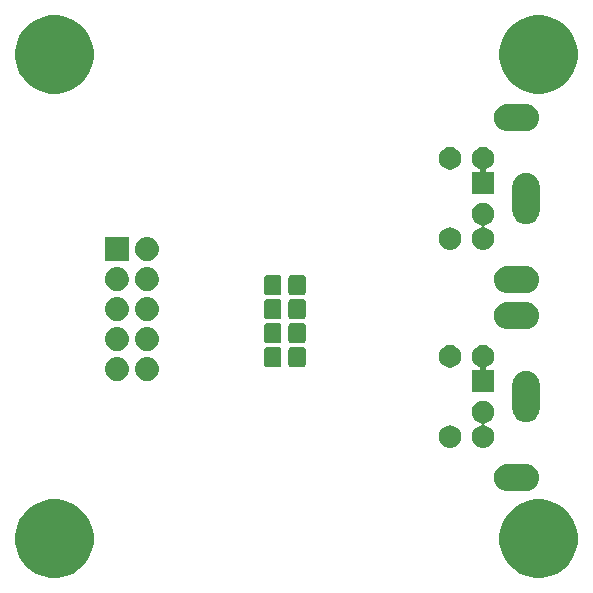
<source format=gbs>
G04 #@! TF.GenerationSoftware,KiCad,Pcbnew,(5.0.2)-1*
G04 #@! TF.CreationDate,2019-11-19T13:51:38-05:00*
G04 #@! TF.ProjectId,PS2X49,50533258-3439-42e6-9b69-6361645f7063,X1*
G04 #@! TF.SameCoordinates,Original*
G04 #@! TF.FileFunction,Soldermask,Bot*
G04 #@! TF.FilePolarity,Negative*
%FSLAX46Y46*%
G04 Gerber Fmt 4.6, Leading zero omitted, Abs format (unit mm)*
G04 Created by KiCad (PCBNEW (5.0.2)-1) date 11/19/2019 1:51:38 PM*
%MOMM*%
%LPD*%
G01*
G04 APERTURE LIST*
%ADD10C,0.150000*%
G04 APERTURE END LIST*
D10*
G36*
X55970564Y-51800469D02*
X55970566Y-51800470D01*
X55970567Y-51800470D01*
X56576115Y-52051296D01*
X56576116Y-52051297D01*
X57121097Y-52415442D01*
X57584558Y-52878903D01*
X57584560Y-52878906D01*
X57948704Y-53423885D01*
X58199530Y-54029433D01*
X58327400Y-54672280D01*
X58327400Y-55327720D01*
X58199530Y-55970567D01*
X57948704Y-56576115D01*
X57948703Y-56576116D01*
X57584558Y-57121097D01*
X57121097Y-57584558D01*
X57121094Y-57584560D01*
X56576115Y-57948704D01*
X55970567Y-58199530D01*
X55970566Y-58199530D01*
X55970564Y-58199531D01*
X55327722Y-58327400D01*
X54672278Y-58327400D01*
X54029436Y-58199531D01*
X54029434Y-58199530D01*
X54029433Y-58199530D01*
X53423885Y-57948704D01*
X52878906Y-57584560D01*
X52878903Y-57584558D01*
X52415442Y-57121097D01*
X52051297Y-56576116D01*
X52051296Y-56576115D01*
X51800470Y-55970567D01*
X51672600Y-55327720D01*
X51672600Y-54672280D01*
X51800470Y-54029433D01*
X52051296Y-53423885D01*
X52415440Y-52878906D01*
X52415442Y-52878903D01*
X52878903Y-52415442D01*
X53423884Y-52051297D01*
X53423885Y-52051296D01*
X54029433Y-51800470D01*
X54029434Y-51800470D01*
X54029436Y-51800469D01*
X54672278Y-51672600D01*
X55327722Y-51672600D01*
X55970564Y-51800469D01*
X55970564Y-51800469D01*
G37*
G36*
X14970564Y-51800469D02*
X14970566Y-51800470D01*
X14970567Y-51800470D01*
X15576115Y-52051296D01*
X15576116Y-52051297D01*
X16121097Y-52415442D01*
X16584558Y-52878903D01*
X16584560Y-52878906D01*
X16948704Y-53423885D01*
X17199530Y-54029433D01*
X17327400Y-54672280D01*
X17327400Y-55327720D01*
X17199530Y-55970567D01*
X16948704Y-56576115D01*
X16948703Y-56576116D01*
X16584558Y-57121097D01*
X16121097Y-57584558D01*
X16121094Y-57584560D01*
X15576115Y-57948704D01*
X14970567Y-58199530D01*
X14970566Y-58199530D01*
X14970564Y-58199531D01*
X14327722Y-58327400D01*
X13672278Y-58327400D01*
X13029436Y-58199531D01*
X13029434Y-58199530D01*
X13029433Y-58199530D01*
X12423885Y-57948704D01*
X11878906Y-57584560D01*
X11878903Y-57584558D01*
X11415442Y-57121097D01*
X11051297Y-56576116D01*
X11051296Y-56576115D01*
X10800470Y-55970567D01*
X10672600Y-55327720D01*
X10672600Y-54672280D01*
X10800470Y-54029433D01*
X11051296Y-53423885D01*
X11415440Y-52878906D01*
X11415442Y-52878903D01*
X11878903Y-52415442D01*
X12423884Y-52051297D01*
X12423885Y-52051296D01*
X13029433Y-51800470D01*
X13029434Y-51800470D01*
X13029436Y-51800469D01*
X13672278Y-51672600D01*
X14327722Y-51672600D01*
X14970564Y-51800469D01*
X14970564Y-51800469D01*
G37*
G36*
X54005039Y-48659158D02*
X54117910Y-48670275D01*
X54335138Y-48736171D01*
X54335140Y-48736172D01*
X54335143Y-48736173D01*
X54535337Y-48843178D01*
X54710812Y-48987188D01*
X54854822Y-49162663D01*
X54961827Y-49362857D01*
X54961828Y-49362860D01*
X54961829Y-49362862D01*
X55027725Y-49580090D01*
X55049975Y-49806000D01*
X55027725Y-50031910D01*
X54961829Y-50249138D01*
X54961827Y-50249143D01*
X54854822Y-50449337D01*
X54710812Y-50624812D01*
X54535337Y-50768822D01*
X54335143Y-50875827D01*
X54335140Y-50875828D01*
X54335138Y-50875829D01*
X54117910Y-50941725D01*
X54005039Y-50952842D01*
X53948606Y-50958400D01*
X52335394Y-50958400D01*
X52278961Y-50952842D01*
X52166090Y-50941725D01*
X51948862Y-50875829D01*
X51948860Y-50875828D01*
X51948857Y-50875827D01*
X51748663Y-50768822D01*
X51573188Y-50624812D01*
X51429178Y-50449337D01*
X51322173Y-50249143D01*
X51322171Y-50249138D01*
X51256275Y-50031910D01*
X51234025Y-49806000D01*
X51256275Y-49580090D01*
X51322171Y-49362862D01*
X51322172Y-49362860D01*
X51322173Y-49362857D01*
X51429178Y-49162663D01*
X51573188Y-48987188D01*
X51748663Y-48843178D01*
X51948857Y-48736173D01*
X51948860Y-48736172D01*
X51948862Y-48736171D01*
X52166090Y-48670275D01*
X52278961Y-48659158D01*
X52335394Y-48653600D01*
X53948606Y-48653600D01*
X54005039Y-48659158D01*
X54005039Y-48659158D01*
G37*
G36*
X47659404Y-45418240D02*
X47769805Y-45440200D01*
X47943130Y-45511994D01*
X47943131Y-45511995D01*
X48099122Y-45616225D01*
X48231775Y-45748878D01*
X48231777Y-45748881D01*
X48336006Y-45904870D01*
X48407800Y-46078195D01*
X48444400Y-46262197D01*
X48444400Y-46449803D01*
X48407800Y-46633805D01*
X48336006Y-46807130D01*
X48336005Y-46807131D01*
X48231775Y-46963122D01*
X48099122Y-47095775D01*
X48099119Y-47095777D01*
X47943130Y-47200006D01*
X47769805Y-47271800D01*
X47659404Y-47293760D01*
X47585805Y-47308400D01*
X47398195Y-47308400D01*
X47324596Y-47293760D01*
X47214195Y-47271800D01*
X47040870Y-47200006D01*
X46884881Y-47095777D01*
X46884878Y-47095775D01*
X46752225Y-46963122D01*
X46647995Y-46807131D01*
X46647994Y-46807130D01*
X46576200Y-46633805D01*
X46539600Y-46449803D01*
X46539600Y-46262197D01*
X46576200Y-46078195D01*
X46647994Y-45904870D01*
X46752223Y-45748881D01*
X46752225Y-45748878D01*
X46884878Y-45616225D01*
X47040869Y-45511995D01*
X47040870Y-45511994D01*
X47214195Y-45440200D01*
X47324596Y-45418240D01*
X47398195Y-45403600D01*
X47585805Y-45403600D01*
X47659404Y-45418240D01*
X47659404Y-45418240D01*
G37*
G36*
X50459404Y-43318240D02*
X50569805Y-43340200D01*
X50743130Y-43411994D01*
X50743131Y-43411995D01*
X50899122Y-43516225D01*
X51031775Y-43648878D01*
X51031777Y-43648881D01*
X51136006Y-43804870D01*
X51207800Y-43978195D01*
X51244400Y-44162197D01*
X51244400Y-44349803D01*
X51207800Y-44533805D01*
X51136006Y-44707130D01*
X51136005Y-44707131D01*
X51031775Y-44863122D01*
X50899122Y-44995775D01*
X50899119Y-44995777D01*
X50743130Y-45100006D01*
X50569805Y-45171800D01*
X50511477Y-45183402D01*
X50488028Y-45190515D01*
X50466417Y-45202066D01*
X50447475Y-45217612D01*
X50431929Y-45236554D01*
X50420378Y-45258165D01*
X50413265Y-45281614D01*
X50410863Y-45306000D01*
X50413265Y-45330386D01*
X50420378Y-45353835D01*
X50431929Y-45375446D01*
X50447475Y-45394388D01*
X50466417Y-45409934D01*
X50488028Y-45421485D01*
X50511476Y-45428598D01*
X50569805Y-45440200D01*
X50743130Y-45511994D01*
X50743131Y-45511995D01*
X50899122Y-45616225D01*
X51031775Y-45748878D01*
X51031777Y-45748881D01*
X51136006Y-45904870D01*
X51207800Y-46078195D01*
X51244400Y-46262197D01*
X51244400Y-46449803D01*
X51207800Y-46633805D01*
X51136006Y-46807130D01*
X51136005Y-46807131D01*
X51031775Y-46963122D01*
X50899122Y-47095775D01*
X50899119Y-47095777D01*
X50743130Y-47200006D01*
X50569805Y-47271800D01*
X50459404Y-47293760D01*
X50385805Y-47308400D01*
X50198195Y-47308400D01*
X50124596Y-47293760D01*
X50014195Y-47271800D01*
X49840870Y-47200006D01*
X49684881Y-47095777D01*
X49684878Y-47095775D01*
X49552225Y-46963122D01*
X49447995Y-46807131D01*
X49447994Y-46807130D01*
X49376200Y-46633805D01*
X49339600Y-46449803D01*
X49339600Y-46262197D01*
X49376200Y-46078195D01*
X49447994Y-45904870D01*
X49552223Y-45748881D01*
X49552225Y-45748878D01*
X49684878Y-45616225D01*
X49840869Y-45511995D01*
X49840870Y-45511994D01*
X50014195Y-45440200D01*
X50072524Y-45428598D01*
X50095972Y-45421485D01*
X50117583Y-45409934D01*
X50136525Y-45394388D01*
X50152071Y-45375446D01*
X50163622Y-45353835D01*
X50170735Y-45330386D01*
X50173137Y-45306000D01*
X50170735Y-45281614D01*
X50163622Y-45258165D01*
X50152071Y-45236554D01*
X50136525Y-45217612D01*
X50117583Y-45202066D01*
X50095972Y-45190515D01*
X50072523Y-45183402D01*
X50014195Y-45171800D01*
X49840870Y-45100006D01*
X49684881Y-44995777D01*
X49684878Y-44995775D01*
X49552225Y-44863122D01*
X49447995Y-44707131D01*
X49447994Y-44707130D01*
X49376200Y-44533805D01*
X49339600Y-44349803D01*
X49339600Y-44162197D01*
X49376200Y-43978195D01*
X49447994Y-43804870D01*
X49552223Y-43648881D01*
X49552225Y-43648878D01*
X49684878Y-43516225D01*
X49840869Y-43411995D01*
X49840870Y-43411994D01*
X50014195Y-43340200D01*
X50124596Y-43318240D01*
X50198195Y-43303600D01*
X50385805Y-43303600D01*
X50459404Y-43318240D01*
X50459404Y-43318240D01*
G37*
G36*
X54167909Y-40820275D02*
X54385137Y-40886171D01*
X54385139Y-40886172D01*
X54385142Y-40886173D01*
X54585336Y-40993178D01*
X54760812Y-41137188D01*
X54904822Y-41312663D01*
X55011827Y-41512857D01*
X55011827Y-41512858D01*
X55011829Y-41512862D01*
X55077725Y-41730090D01*
X55094400Y-41899396D01*
X55094400Y-44012604D01*
X55077725Y-44181910D01*
X55011829Y-44399138D01*
X55011827Y-44399143D01*
X54904822Y-44599337D01*
X54760812Y-44774812D01*
X54585337Y-44918822D01*
X54385143Y-45025827D01*
X54385140Y-45025828D01*
X54385138Y-45025829D01*
X54167910Y-45091725D01*
X53942000Y-45113975D01*
X53716091Y-45091725D01*
X53498863Y-45025829D01*
X53498861Y-45025828D01*
X53498858Y-45025827D01*
X53298664Y-44918822D01*
X53123189Y-44774812D01*
X52979179Y-44599337D01*
X52872174Y-44399143D01*
X52872172Y-44399138D01*
X52806276Y-44181910D01*
X52789601Y-44012604D01*
X52789600Y-41899397D01*
X52806275Y-41730091D01*
X52872171Y-41512863D01*
X52872172Y-41512861D01*
X52872173Y-41512858D01*
X52979178Y-41312664D01*
X53123188Y-41137188D01*
X53298663Y-40993178D01*
X53498857Y-40886173D01*
X53498860Y-40886172D01*
X53498862Y-40886171D01*
X53716090Y-40820275D01*
X53942000Y-40798025D01*
X54167909Y-40820275D01*
X54167909Y-40820275D01*
G37*
G36*
X50459404Y-38618240D02*
X50569805Y-38640200D01*
X50743130Y-38711994D01*
X50743131Y-38711995D01*
X50899122Y-38816225D01*
X51031775Y-38948878D01*
X51031777Y-38948881D01*
X51136006Y-39104870D01*
X51207800Y-39278195D01*
X51229760Y-39388596D01*
X51244400Y-39462195D01*
X51244400Y-39649805D01*
X51232541Y-39709422D01*
X51207800Y-39833805D01*
X51136006Y-40007130D01*
X51136005Y-40007131D01*
X51031775Y-40163122D01*
X50899122Y-40295775D01*
X50899119Y-40295777D01*
X50743130Y-40400006D01*
X50590766Y-40463117D01*
X50569160Y-40474667D01*
X50550218Y-40490212D01*
X50534673Y-40509154D01*
X50523122Y-40530765D01*
X50516009Y-40554214D01*
X50513607Y-40578600D01*
X50516009Y-40602987D01*
X50523122Y-40626436D01*
X50534674Y-40648047D01*
X50550219Y-40666989D01*
X50569161Y-40682534D01*
X50590772Y-40694085D01*
X50614221Y-40701198D01*
X50638607Y-40703600D01*
X51244400Y-40703600D01*
X51244400Y-42608400D01*
X49339600Y-42608400D01*
X49339600Y-40703600D01*
X49945393Y-40703600D01*
X49969779Y-40701198D01*
X49993228Y-40694085D01*
X50014839Y-40682534D01*
X50033781Y-40666988D01*
X50049327Y-40648046D01*
X50060878Y-40626435D01*
X50067991Y-40602986D01*
X50070393Y-40578600D01*
X50067991Y-40554214D01*
X50060878Y-40530765D01*
X50049327Y-40509154D01*
X50033781Y-40490212D01*
X50014839Y-40474666D01*
X49993234Y-40463117D01*
X49840870Y-40400006D01*
X49684881Y-40295777D01*
X49684878Y-40295775D01*
X49552225Y-40163122D01*
X49447995Y-40007131D01*
X49447994Y-40007130D01*
X49376200Y-39833805D01*
X49351459Y-39709422D01*
X49339600Y-39649805D01*
X49339600Y-39462195D01*
X49354240Y-39388596D01*
X49376200Y-39278195D01*
X49447994Y-39104870D01*
X49552223Y-38948881D01*
X49552225Y-38948878D01*
X49684878Y-38816225D01*
X49840869Y-38711995D01*
X49840870Y-38711994D01*
X50014195Y-38640200D01*
X50124596Y-38618240D01*
X50198195Y-38603600D01*
X50385805Y-38603600D01*
X50459404Y-38618240D01*
X50459404Y-38618240D01*
G37*
G36*
X19500501Y-39652103D02*
X19500504Y-39652104D01*
X19500505Y-39652104D01*
X19689458Y-39709422D01*
X19689460Y-39709423D01*
X19689463Y-39709424D01*
X19863595Y-39802499D01*
X20016233Y-39927767D01*
X20141501Y-40080405D01*
X20234576Y-40254537D01*
X20234577Y-40254540D01*
X20234578Y-40254542D01*
X20289169Y-40434505D01*
X20291897Y-40443499D01*
X20311250Y-40640000D01*
X20291897Y-40836501D01*
X20291896Y-40836504D01*
X20291896Y-40836505D01*
X20244370Y-40993179D01*
X20234576Y-41025463D01*
X20141501Y-41199595D01*
X20016233Y-41352233D01*
X19863595Y-41477501D01*
X19689463Y-41570576D01*
X19689460Y-41570577D01*
X19689458Y-41570578D01*
X19500505Y-41627896D01*
X19500504Y-41627896D01*
X19500501Y-41627897D01*
X19353247Y-41642400D01*
X19254753Y-41642400D01*
X19107499Y-41627897D01*
X19107496Y-41627896D01*
X19107495Y-41627896D01*
X18918542Y-41570578D01*
X18918540Y-41570577D01*
X18918537Y-41570576D01*
X18744405Y-41477501D01*
X18591767Y-41352233D01*
X18466499Y-41199595D01*
X18373424Y-41025463D01*
X18363631Y-40993179D01*
X18316104Y-40836505D01*
X18316104Y-40836504D01*
X18316103Y-40836501D01*
X18296750Y-40640000D01*
X18316103Y-40443499D01*
X18318831Y-40434505D01*
X18373422Y-40254542D01*
X18373423Y-40254540D01*
X18373424Y-40254537D01*
X18466499Y-40080405D01*
X18591767Y-39927767D01*
X18744405Y-39802499D01*
X18918537Y-39709424D01*
X18918540Y-39709423D01*
X18918542Y-39709422D01*
X19107495Y-39652104D01*
X19107496Y-39652104D01*
X19107499Y-39652103D01*
X19254753Y-39637600D01*
X19353247Y-39637600D01*
X19500501Y-39652103D01*
X19500501Y-39652103D01*
G37*
G36*
X22040501Y-39652103D02*
X22040504Y-39652104D01*
X22040505Y-39652104D01*
X22229458Y-39709422D01*
X22229460Y-39709423D01*
X22229463Y-39709424D01*
X22403595Y-39802499D01*
X22556233Y-39927767D01*
X22681501Y-40080405D01*
X22774576Y-40254537D01*
X22774577Y-40254540D01*
X22774578Y-40254542D01*
X22829169Y-40434505D01*
X22831897Y-40443499D01*
X22851250Y-40640000D01*
X22831897Y-40836501D01*
X22831896Y-40836504D01*
X22831896Y-40836505D01*
X22784370Y-40993179D01*
X22774576Y-41025463D01*
X22681501Y-41199595D01*
X22556233Y-41352233D01*
X22403595Y-41477501D01*
X22229463Y-41570576D01*
X22229460Y-41570577D01*
X22229458Y-41570578D01*
X22040505Y-41627896D01*
X22040504Y-41627896D01*
X22040501Y-41627897D01*
X21893247Y-41642400D01*
X21794753Y-41642400D01*
X21647499Y-41627897D01*
X21647496Y-41627896D01*
X21647495Y-41627896D01*
X21458542Y-41570578D01*
X21458540Y-41570577D01*
X21458537Y-41570576D01*
X21284405Y-41477501D01*
X21131767Y-41352233D01*
X21006499Y-41199595D01*
X20913424Y-41025463D01*
X20903631Y-40993179D01*
X20856104Y-40836505D01*
X20856104Y-40836504D01*
X20856103Y-40836501D01*
X20836750Y-40640000D01*
X20856103Y-40443499D01*
X20858831Y-40434505D01*
X20913422Y-40254542D01*
X20913423Y-40254540D01*
X20913424Y-40254537D01*
X21006499Y-40080405D01*
X21131767Y-39927767D01*
X21284405Y-39802499D01*
X21458537Y-39709424D01*
X21458540Y-39709423D01*
X21458542Y-39709422D01*
X21647495Y-39652104D01*
X21647496Y-39652104D01*
X21647499Y-39652103D01*
X21794753Y-39637600D01*
X21893247Y-39637600D01*
X22040501Y-39652103D01*
X22040501Y-39652103D01*
G37*
G36*
X47659404Y-38618240D02*
X47769805Y-38640200D01*
X47943130Y-38711994D01*
X47943131Y-38711995D01*
X48099122Y-38816225D01*
X48231775Y-38948878D01*
X48231777Y-38948881D01*
X48336006Y-39104870D01*
X48407800Y-39278195D01*
X48429760Y-39388596D01*
X48444400Y-39462195D01*
X48444400Y-39649805D01*
X48432541Y-39709422D01*
X48407800Y-39833805D01*
X48336006Y-40007130D01*
X48336005Y-40007131D01*
X48231775Y-40163122D01*
X48099122Y-40295775D01*
X48099119Y-40295777D01*
X47943130Y-40400006D01*
X47769805Y-40471800D01*
X47659404Y-40493760D01*
X47585805Y-40508400D01*
X47398195Y-40508400D01*
X47324596Y-40493760D01*
X47214195Y-40471800D01*
X47040870Y-40400006D01*
X46884881Y-40295777D01*
X46884878Y-40295775D01*
X46752225Y-40163122D01*
X46647995Y-40007131D01*
X46647994Y-40007130D01*
X46576200Y-39833805D01*
X46551459Y-39709422D01*
X46539600Y-39649805D01*
X46539600Y-39462195D01*
X46554240Y-39388596D01*
X46576200Y-39278195D01*
X46647994Y-39104870D01*
X46752223Y-38948881D01*
X46752225Y-38948878D01*
X46884878Y-38816225D01*
X47040869Y-38711995D01*
X47040870Y-38711994D01*
X47214195Y-38640200D01*
X47324596Y-38618240D01*
X47398195Y-38603600D01*
X47585805Y-38603600D01*
X47659404Y-38618240D01*
X47659404Y-38618240D01*
G37*
G36*
X33032591Y-38776912D02*
X33078549Y-38790854D01*
X33120907Y-38813495D01*
X33158035Y-38843965D01*
X33188505Y-38881093D01*
X33211146Y-38923451D01*
X33225088Y-38969409D01*
X33230400Y-39023348D01*
X33230400Y-40224652D01*
X33225088Y-40278591D01*
X33211146Y-40324549D01*
X33188505Y-40366907D01*
X33158035Y-40404035D01*
X33120907Y-40434505D01*
X33078549Y-40457146D01*
X33032591Y-40471088D01*
X32978652Y-40476400D01*
X32027348Y-40476400D01*
X31973409Y-40471088D01*
X31927451Y-40457146D01*
X31885093Y-40434505D01*
X31847965Y-40404035D01*
X31817495Y-40366907D01*
X31794854Y-40324549D01*
X31780912Y-40278591D01*
X31775600Y-40224652D01*
X31775600Y-39023348D01*
X31780912Y-38969409D01*
X31794854Y-38923451D01*
X31817495Y-38881093D01*
X31847965Y-38843965D01*
X31885093Y-38813495D01*
X31927451Y-38790854D01*
X31973409Y-38776912D01*
X32027348Y-38771600D01*
X32978652Y-38771600D01*
X33032591Y-38776912D01*
X33032591Y-38776912D01*
G37*
G36*
X35082591Y-38776912D02*
X35128549Y-38790854D01*
X35170907Y-38813495D01*
X35208035Y-38843965D01*
X35238505Y-38881093D01*
X35261146Y-38923451D01*
X35275088Y-38969409D01*
X35280400Y-39023348D01*
X35280400Y-40224652D01*
X35275088Y-40278591D01*
X35261146Y-40324549D01*
X35238505Y-40366907D01*
X35208035Y-40404035D01*
X35170907Y-40434505D01*
X35128549Y-40457146D01*
X35082591Y-40471088D01*
X35028652Y-40476400D01*
X34077348Y-40476400D01*
X34023409Y-40471088D01*
X33977451Y-40457146D01*
X33935093Y-40434505D01*
X33897965Y-40404035D01*
X33867495Y-40366907D01*
X33844854Y-40324549D01*
X33830912Y-40278591D01*
X33825600Y-40224652D01*
X33825600Y-39023348D01*
X33830912Y-38969409D01*
X33844854Y-38923451D01*
X33867495Y-38881093D01*
X33897965Y-38843965D01*
X33935093Y-38813495D01*
X33977451Y-38790854D01*
X34023409Y-38776912D01*
X34077348Y-38771600D01*
X35028652Y-38771600D01*
X35082591Y-38776912D01*
X35082591Y-38776912D01*
G37*
G36*
X19500501Y-37112103D02*
X19500504Y-37112104D01*
X19500505Y-37112104D01*
X19689458Y-37169422D01*
X19689460Y-37169423D01*
X19689463Y-37169424D01*
X19863595Y-37262499D01*
X20016233Y-37387767D01*
X20141501Y-37540405D01*
X20234576Y-37714537D01*
X20291897Y-37903499D01*
X20311250Y-38100000D01*
X20291897Y-38296501D01*
X20291896Y-38296504D01*
X20291896Y-38296505D01*
X20247033Y-38444400D01*
X20234576Y-38485463D01*
X20141501Y-38659595D01*
X20016233Y-38812233D01*
X19863595Y-38937501D01*
X19689463Y-39030576D01*
X19689460Y-39030577D01*
X19689458Y-39030578D01*
X19500505Y-39087896D01*
X19500504Y-39087896D01*
X19500501Y-39087897D01*
X19353247Y-39102400D01*
X19254753Y-39102400D01*
X19107499Y-39087897D01*
X19107496Y-39087896D01*
X19107495Y-39087896D01*
X18918542Y-39030578D01*
X18918540Y-39030577D01*
X18918537Y-39030576D01*
X18744405Y-38937501D01*
X18591767Y-38812233D01*
X18466499Y-38659595D01*
X18373424Y-38485463D01*
X18360968Y-38444400D01*
X18316104Y-38296505D01*
X18316104Y-38296504D01*
X18316103Y-38296501D01*
X18296750Y-38100000D01*
X18316103Y-37903499D01*
X18373424Y-37714537D01*
X18466499Y-37540405D01*
X18591767Y-37387767D01*
X18744405Y-37262499D01*
X18918537Y-37169424D01*
X18918540Y-37169423D01*
X18918542Y-37169422D01*
X19107495Y-37112104D01*
X19107496Y-37112104D01*
X19107499Y-37112103D01*
X19254753Y-37097600D01*
X19353247Y-37097600D01*
X19500501Y-37112103D01*
X19500501Y-37112103D01*
G37*
G36*
X22040501Y-37112103D02*
X22040504Y-37112104D01*
X22040505Y-37112104D01*
X22229458Y-37169422D01*
X22229460Y-37169423D01*
X22229463Y-37169424D01*
X22403595Y-37262499D01*
X22556233Y-37387767D01*
X22681501Y-37540405D01*
X22774576Y-37714537D01*
X22831897Y-37903499D01*
X22851250Y-38100000D01*
X22831897Y-38296501D01*
X22831896Y-38296504D01*
X22831896Y-38296505D01*
X22787033Y-38444400D01*
X22774576Y-38485463D01*
X22681501Y-38659595D01*
X22556233Y-38812233D01*
X22403595Y-38937501D01*
X22229463Y-39030576D01*
X22229460Y-39030577D01*
X22229458Y-39030578D01*
X22040505Y-39087896D01*
X22040504Y-39087896D01*
X22040501Y-39087897D01*
X21893247Y-39102400D01*
X21794753Y-39102400D01*
X21647499Y-39087897D01*
X21647496Y-39087896D01*
X21647495Y-39087896D01*
X21458542Y-39030578D01*
X21458540Y-39030577D01*
X21458537Y-39030576D01*
X21284405Y-38937501D01*
X21131767Y-38812233D01*
X21006499Y-38659595D01*
X20913424Y-38485463D01*
X20900968Y-38444400D01*
X20856104Y-38296505D01*
X20856104Y-38296504D01*
X20856103Y-38296501D01*
X20836750Y-38100000D01*
X20856103Y-37903499D01*
X20913424Y-37714537D01*
X21006499Y-37540405D01*
X21131767Y-37387767D01*
X21284405Y-37262499D01*
X21458537Y-37169424D01*
X21458540Y-37169423D01*
X21458542Y-37169422D01*
X21647495Y-37112104D01*
X21647496Y-37112104D01*
X21647499Y-37112103D01*
X21794753Y-37097600D01*
X21893247Y-37097600D01*
X22040501Y-37112103D01*
X22040501Y-37112103D01*
G37*
G36*
X35082591Y-36744912D02*
X35128549Y-36758854D01*
X35170907Y-36781495D01*
X35208035Y-36811965D01*
X35238505Y-36849093D01*
X35261146Y-36891451D01*
X35275088Y-36937409D01*
X35280400Y-36991348D01*
X35280400Y-38192652D01*
X35275088Y-38246591D01*
X35261146Y-38292549D01*
X35238505Y-38334907D01*
X35208035Y-38372035D01*
X35170907Y-38402505D01*
X35128549Y-38425146D01*
X35082591Y-38439088D01*
X35028652Y-38444400D01*
X34077348Y-38444400D01*
X34023409Y-38439088D01*
X33977451Y-38425146D01*
X33935093Y-38402505D01*
X33897965Y-38372035D01*
X33867495Y-38334907D01*
X33844854Y-38292549D01*
X33830912Y-38246591D01*
X33825600Y-38192652D01*
X33825600Y-36991348D01*
X33830912Y-36937409D01*
X33844854Y-36891451D01*
X33867495Y-36849093D01*
X33897965Y-36811965D01*
X33935093Y-36781495D01*
X33977451Y-36758854D01*
X34023409Y-36744912D01*
X34077348Y-36739600D01*
X35028652Y-36739600D01*
X35082591Y-36744912D01*
X35082591Y-36744912D01*
G37*
G36*
X33032591Y-36744912D02*
X33078549Y-36758854D01*
X33120907Y-36781495D01*
X33158035Y-36811965D01*
X33188505Y-36849093D01*
X33211146Y-36891451D01*
X33225088Y-36937409D01*
X33230400Y-36991348D01*
X33230400Y-38192652D01*
X33225088Y-38246591D01*
X33211146Y-38292549D01*
X33188505Y-38334907D01*
X33158035Y-38372035D01*
X33120907Y-38402505D01*
X33078549Y-38425146D01*
X33032591Y-38439088D01*
X32978652Y-38444400D01*
X32027348Y-38444400D01*
X31973409Y-38439088D01*
X31927451Y-38425146D01*
X31885093Y-38402505D01*
X31847965Y-38372035D01*
X31817495Y-38334907D01*
X31794854Y-38292549D01*
X31780912Y-38246591D01*
X31775600Y-38192652D01*
X31775600Y-36991348D01*
X31780912Y-36937409D01*
X31794854Y-36891451D01*
X31817495Y-36849093D01*
X31847965Y-36811965D01*
X31885093Y-36781495D01*
X31927451Y-36758854D01*
X31973409Y-36744912D01*
X32027348Y-36739600D01*
X32978652Y-36739600D01*
X33032591Y-36744912D01*
X33032591Y-36744912D01*
G37*
G36*
X54005039Y-34959158D02*
X54117910Y-34970275D01*
X54335138Y-35036171D01*
X54335140Y-35036172D01*
X54335143Y-35036173D01*
X54535337Y-35143178D01*
X54710812Y-35287188D01*
X54854822Y-35462663D01*
X54961827Y-35662857D01*
X54961828Y-35662860D01*
X54961829Y-35662862D01*
X55027725Y-35880090D01*
X55049975Y-36106000D01*
X55027725Y-36331910D01*
X54962205Y-36547897D01*
X54961827Y-36549143D01*
X54854822Y-36749337D01*
X54710812Y-36924812D01*
X54535337Y-37068822D01*
X54335143Y-37175827D01*
X54335140Y-37175828D01*
X54335138Y-37175829D01*
X54117910Y-37241725D01*
X54005039Y-37252842D01*
X53948606Y-37258400D01*
X52335394Y-37258400D01*
X52278961Y-37252842D01*
X52166090Y-37241725D01*
X51948862Y-37175829D01*
X51948860Y-37175828D01*
X51948857Y-37175827D01*
X51748663Y-37068822D01*
X51573188Y-36924812D01*
X51429178Y-36749337D01*
X51322173Y-36549143D01*
X51321795Y-36547897D01*
X51256275Y-36331910D01*
X51234025Y-36106000D01*
X51256275Y-35880090D01*
X51322171Y-35662862D01*
X51322172Y-35662860D01*
X51322173Y-35662857D01*
X51429178Y-35462663D01*
X51573188Y-35287188D01*
X51748663Y-35143178D01*
X51948857Y-35036173D01*
X51948860Y-35036172D01*
X51948862Y-35036171D01*
X52166090Y-34970275D01*
X52278961Y-34959158D01*
X52335394Y-34953600D01*
X53948606Y-34953600D01*
X54005039Y-34959158D01*
X54005039Y-34959158D01*
G37*
G36*
X19500501Y-34572103D02*
X19500504Y-34572104D01*
X19500505Y-34572104D01*
X19689458Y-34629422D01*
X19689460Y-34629423D01*
X19689463Y-34629424D01*
X19863595Y-34722499D01*
X20016233Y-34847767D01*
X20141501Y-35000405D01*
X20234576Y-35174537D01*
X20234577Y-35174540D01*
X20234578Y-35174542D01*
X20291896Y-35363495D01*
X20291897Y-35363499D01*
X20311250Y-35560000D01*
X20291897Y-35756501D01*
X20291896Y-35756504D01*
X20291896Y-35756505D01*
X20254406Y-35880094D01*
X20234576Y-35945463D01*
X20141501Y-36119595D01*
X20016233Y-36272233D01*
X19863595Y-36397501D01*
X19689463Y-36490576D01*
X19689460Y-36490577D01*
X19689458Y-36490578D01*
X19500505Y-36547896D01*
X19500504Y-36547896D01*
X19500501Y-36547897D01*
X19353247Y-36562400D01*
X19254753Y-36562400D01*
X19107499Y-36547897D01*
X19107496Y-36547896D01*
X19107495Y-36547896D01*
X18918542Y-36490578D01*
X18918540Y-36490577D01*
X18918537Y-36490576D01*
X18744405Y-36397501D01*
X18591767Y-36272233D01*
X18466499Y-36119595D01*
X18373424Y-35945463D01*
X18353595Y-35880094D01*
X18316104Y-35756505D01*
X18316104Y-35756504D01*
X18316103Y-35756501D01*
X18296750Y-35560000D01*
X18316103Y-35363499D01*
X18316104Y-35363495D01*
X18373422Y-35174542D01*
X18373423Y-35174540D01*
X18373424Y-35174537D01*
X18466499Y-35000405D01*
X18591767Y-34847767D01*
X18744405Y-34722499D01*
X18918537Y-34629424D01*
X18918540Y-34629423D01*
X18918542Y-34629422D01*
X19107495Y-34572104D01*
X19107496Y-34572104D01*
X19107499Y-34572103D01*
X19254753Y-34557600D01*
X19353247Y-34557600D01*
X19500501Y-34572103D01*
X19500501Y-34572103D01*
G37*
G36*
X22040501Y-34572103D02*
X22040504Y-34572104D01*
X22040505Y-34572104D01*
X22229458Y-34629422D01*
X22229460Y-34629423D01*
X22229463Y-34629424D01*
X22403595Y-34722499D01*
X22556233Y-34847767D01*
X22681501Y-35000405D01*
X22774576Y-35174537D01*
X22774577Y-35174540D01*
X22774578Y-35174542D01*
X22831896Y-35363495D01*
X22831897Y-35363499D01*
X22851250Y-35560000D01*
X22831897Y-35756501D01*
X22831896Y-35756504D01*
X22831896Y-35756505D01*
X22794406Y-35880094D01*
X22774576Y-35945463D01*
X22681501Y-36119595D01*
X22556233Y-36272233D01*
X22403595Y-36397501D01*
X22229463Y-36490576D01*
X22229460Y-36490577D01*
X22229458Y-36490578D01*
X22040505Y-36547896D01*
X22040504Y-36547896D01*
X22040501Y-36547897D01*
X21893247Y-36562400D01*
X21794753Y-36562400D01*
X21647499Y-36547897D01*
X21647496Y-36547896D01*
X21647495Y-36547896D01*
X21458542Y-36490578D01*
X21458540Y-36490577D01*
X21458537Y-36490576D01*
X21284405Y-36397501D01*
X21131767Y-36272233D01*
X21006499Y-36119595D01*
X20913424Y-35945463D01*
X20893595Y-35880094D01*
X20856104Y-35756505D01*
X20856104Y-35756504D01*
X20856103Y-35756501D01*
X20836750Y-35560000D01*
X20856103Y-35363499D01*
X20856104Y-35363495D01*
X20913422Y-35174542D01*
X20913423Y-35174540D01*
X20913424Y-35174537D01*
X21006499Y-35000405D01*
X21131767Y-34847767D01*
X21284405Y-34722499D01*
X21458537Y-34629424D01*
X21458540Y-34629423D01*
X21458542Y-34629422D01*
X21647495Y-34572104D01*
X21647496Y-34572104D01*
X21647499Y-34572103D01*
X21794753Y-34557600D01*
X21893247Y-34557600D01*
X22040501Y-34572103D01*
X22040501Y-34572103D01*
G37*
G36*
X33032591Y-34712912D02*
X33078549Y-34726854D01*
X33120907Y-34749495D01*
X33158035Y-34779965D01*
X33188505Y-34817093D01*
X33211146Y-34859451D01*
X33225088Y-34905409D01*
X33230400Y-34959348D01*
X33230400Y-36160652D01*
X33225088Y-36214591D01*
X33211146Y-36260549D01*
X33188505Y-36302907D01*
X33158035Y-36340035D01*
X33120907Y-36370505D01*
X33078549Y-36393146D01*
X33032591Y-36407088D01*
X32978652Y-36412400D01*
X32027348Y-36412400D01*
X31973409Y-36407088D01*
X31927451Y-36393146D01*
X31885093Y-36370505D01*
X31847965Y-36340035D01*
X31817495Y-36302907D01*
X31794854Y-36260549D01*
X31780912Y-36214591D01*
X31775600Y-36160652D01*
X31775600Y-34959348D01*
X31780912Y-34905409D01*
X31794854Y-34859451D01*
X31817495Y-34817093D01*
X31847965Y-34779965D01*
X31885093Y-34749495D01*
X31927451Y-34726854D01*
X31973409Y-34712912D01*
X32027348Y-34707600D01*
X32978652Y-34707600D01*
X33032591Y-34712912D01*
X33032591Y-34712912D01*
G37*
G36*
X35082591Y-34712912D02*
X35128549Y-34726854D01*
X35170907Y-34749495D01*
X35208035Y-34779965D01*
X35238505Y-34817093D01*
X35261146Y-34859451D01*
X35275088Y-34905409D01*
X35280400Y-34959348D01*
X35280400Y-36160652D01*
X35275088Y-36214591D01*
X35261146Y-36260549D01*
X35238505Y-36302907D01*
X35208035Y-36340035D01*
X35170907Y-36370505D01*
X35128549Y-36393146D01*
X35082591Y-36407088D01*
X35028652Y-36412400D01*
X34077348Y-36412400D01*
X34023409Y-36407088D01*
X33977451Y-36393146D01*
X33935093Y-36370505D01*
X33897965Y-36340035D01*
X33867495Y-36302907D01*
X33844854Y-36260549D01*
X33830912Y-36214591D01*
X33825600Y-36160652D01*
X33825600Y-34959348D01*
X33830912Y-34905409D01*
X33844854Y-34859451D01*
X33867495Y-34817093D01*
X33897965Y-34779965D01*
X33935093Y-34749495D01*
X33977451Y-34726854D01*
X34023409Y-34712912D01*
X34077348Y-34707600D01*
X35028652Y-34707600D01*
X35082591Y-34712912D01*
X35082591Y-34712912D01*
G37*
G36*
X33032591Y-32680912D02*
X33078549Y-32694854D01*
X33120907Y-32717495D01*
X33158035Y-32747965D01*
X33188505Y-32785093D01*
X33211146Y-32827451D01*
X33225088Y-32873409D01*
X33230400Y-32927348D01*
X33230400Y-34128652D01*
X33225088Y-34182591D01*
X33211146Y-34228549D01*
X33188505Y-34270907D01*
X33158035Y-34308035D01*
X33120907Y-34338505D01*
X33078549Y-34361146D01*
X33032591Y-34375088D01*
X32978652Y-34380400D01*
X32027348Y-34380400D01*
X31973409Y-34375088D01*
X31927451Y-34361146D01*
X31885093Y-34338505D01*
X31847965Y-34308035D01*
X31817495Y-34270907D01*
X31794854Y-34228549D01*
X31780912Y-34182591D01*
X31775600Y-34128652D01*
X31775600Y-32927348D01*
X31780912Y-32873409D01*
X31794854Y-32827451D01*
X31817495Y-32785093D01*
X31847965Y-32747965D01*
X31885093Y-32717495D01*
X31927451Y-32694854D01*
X31973409Y-32680912D01*
X32027348Y-32675600D01*
X32978652Y-32675600D01*
X33032591Y-32680912D01*
X33032591Y-32680912D01*
G37*
G36*
X35082591Y-32680912D02*
X35128549Y-32694854D01*
X35170907Y-32717495D01*
X35208035Y-32747965D01*
X35238505Y-32785093D01*
X35261146Y-32827451D01*
X35275088Y-32873409D01*
X35280400Y-32927348D01*
X35280400Y-34128652D01*
X35275088Y-34182591D01*
X35261146Y-34228549D01*
X35238505Y-34270907D01*
X35208035Y-34308035D01*
X35170907Y-34338505D01*
X35128549Y-34361146D01*
X35082591Y-34375088D01*
X35028652Y-34380400D01*
X34077348Y-34380400D01*
X34023409Y-34375088D01*
X33977451Y-34361146D01*
X33935093Y-34338505D01*
X33897965Y-34308035D01*
X33867495Y-34270907D01*
X33844854Y-34228549D01*
X33830912Y-34182591D01*
X33825600Y-34128652D01*
X33825600Y-32927348D01*
X33830912Y-32873409D01*
X33844854Y-32827451D01*
X33867495Y-32785093D01*
X33897965Y-32747965D01*
X33935093Y-32717495D01*
X33977451Y-32694854D01*
X34023409Y-32680912D01*
X34077348Y-32675600D01*
X35028652Y-32675600D01*
X35082591Y-32680912D01*
X35082591Y-32680912D01*
G37*
G36*
X54005039Y-31895158D02*
X54117910Y-31906275D01*
X54335138Y-31972171D01*
X54335140Y-31972172D01*
X54335143Y-31972173D01*
X54535337Y-32079178D01*
X54710812Y-32223188D01*
X54854822Y-32398663D01*
X54961827Y-32598857D01*
X54961828Y-32598860D01*
X54961829Y-32598862D01*
X55027725Y-32816090D01*
X55049975Y-33042000D01*
X55027725Y-33267910D01*
X54985998Y-33405463D01*
X54961827Y-33485143D01*
X54854822Y-33685337D01*
X54710812Y-33860812D01*
X54535337Y-34004822D01*
X54335143Y-34111827D01*
X54335140Y-34111828D01*
X54335138Y-34111829D01*
X54117910Y-34177725D01*
X54005039Y-34188842D01*
X53948606Y-34194400D01*
X52335394Y-34194400D01*
X52278961Y-34188842D01*
X52166090Y-34177725D01*
X51948862Y-34111829D01*
X51948860Y-34111828D01*
X51948857Y-34111827D01*
X51748663Y-34004822D01*
X51573188Y-33860812D01*
X51429178Y-33685337D01*
X51322173Y-33485143D01*
X51298002Y-33405463D01*
X51256275Y-33267910D01*
X51234025Y-33042000D01*
X51256275Y-32816090D01*
X51322171Y-32598862D01*
X51322172Y-32598860D01*
X51322173Y-32598857D01*
X51429178Y-32398663D01*
X51573188Y-32223188D01*
X51748663Y-32079178D01*
X51948857Y-31972173D01*
X51948860Y-31972172D01*
X51948862Y-31972171D01*
X52166090Y-31906275D01*
X52278961Y-31895158D01*
X52335394Y-31889600D01*
X53948606Y-31889600D01*
X54005039Y-31895158D01*
X54005039Y-31895158D01*
G37*
G36*
X19500501Y-32032103D02*
X19500504Y-32032104D01*
X19500505Y-32032104D01*
X19689458Y-32089422D01*
X19689460Y-32089423D01*
X19689463Y-32089424D01*
X19863595Y-32182499D01*
X20016233Y-32307767D01*
X20141501Y-32460405D01*
X20234576Y-32634537D01*
X20234577Y-32634540D01*
X20234578Y-32634542D01*
X20280247Y-32785093D01*
X20291897Y-32823499D01*
X20311250Y-33020000D01*
X20291897Y-33216501D01*
X20291896Y-33216504D01*
X20291896Y-33216505D01*
X20276303Y-33267910D01*
X20234576Y-33405463D01*
X20141501Y-33579595D01*
X20016233Y-33732233D01*
X19863595Y-33857501D01*
X19689463Y-33950576D01*
X19689460Y-33950577D01*
X19689458Y-33950578D01*
X19500505Y-34007896D01*
X19500504Y-34007896D01*
X19500501Y-34007897D01*
X19353247Y-34022400D01*
X19254753Y-34022400D01*
X19107499Y-34007897D01*
X19107496Y-34007896D01*
X19107495Y-34007896D01*
X18918542Y-33950578D01*
X18918540Y-33950577D01*
X18918537Y-33950576D01*
X18744405Y-33857501D01*
X18591767Y-33732233D01*
X18466499Y-33579595D01*
X18373424Y-33405463D01*
X18331698Y-33267910D01*
X18316104Y-33216505D01*
X18316104Y-33216504D01*
X18316103Y-33216501D01*
X18296750Y-33020000D01*
X18316103Y-32823499D01*
X18327753Y-32785093D01*
X18373422Y-32634542D01*
X18373423Y-32634540D01*
X18373424Y-32634537D01*
X18466499Y-32460405D01*
X18591767Y-32307767D01*
X18744405Y-32182499D01*
X18918537Y-32089424D01*
X18918540Y-32089423D01*
X18918542Y-32089422D01*
X19107495Y-32032104D01*
X19107496Y-32032104D01*
X19107499Y-32032103D01*
X19254753Y-32017600D01*
X19353247Y-32017600D01*
X19500501Y-32032103D01*
X19500501Y-32032103D01*
G37*
G36*
X22040501Y-32032103D02*
X22040504Y-32032104D01*
X22040505Y-32032104D01*
X22229458Y-32089422D01*
X22229460Y-32089423D01*
X22229463Y-32089424D01*
X22403595Y-32182499D01*
X22556233Y-32307767D01*
X22681501Y-32460405D01*
X22774576Y-32634537D01*
X22774577Y-32634540D01*
X22774578Y-32634542D01*
X22820247Y-32785093D01*
X22831897Y-32823499D01*
X22851250Y-33020000D01*
X22831897Y-33216501D01*
X22831896Y-33216504D01*
X22831896Y-33216505D01*
X22816303Y-33267910D01*
X22774576Y-33405463D01*
X22681501Y-33579595D01*
X22556233Y-33732233D01*
X22403595Y-33857501D01*
X22229463Y-33950576D01*
X22229460Y-33950577D01*
X22229458Y-33950578D01*
X22040505Y-34007896D01*
X22040504Y-34007896D01*
X22040501Y-34007897D01*
X21893247Y-34022400D01*
X21794753Y-34022400D01*
X21647499Y-34007897D01*
X21647496Y-34007896D01*
X21647495Y-34007896D01*
X21458542Y-33950578D01*
X21458540Y-33950577D01*
X21458537Y-33950576D01*
X21284405Y-33857501D01*
X21131767Y-33732233D01*
X21006499Y-33579595D01*
X20913424Y-33405463D01*
X20871698Y-33267910D01*
X20856104Y-33216505D01*
X20856104Y-33216504D01*
X20856103Y-33216501D01*
X20836750Y-33020000D01*
X20856103Y-32823499D01*
X20867753Y-32785093D01*
X20913422Y-32634542D01*
X20913423Y-32634540D01*
X20913424Y-32634537D01*
X21006499Y-32460405D01*
X21131767Y-32307767D01*
X21284405Y-32182499D01*
X21458537Y-32089424D01*
X21458540Y-32089423D01*
X21458542Y-32089422D01*
X21647495Y-32032104D01*
X21647496Y-32032104D01*
X21647499Y-32032103D01*
X21794753Y-32017600D01*
X21893247Y-32017600D01*
X22040501Y-32032103D01*
X22040501Y-32032103D01*
G37*
G36*
X20306400Y-31482400D02*
X18301600Y-31482400D01*
X18301600Y-29477600D01*
X20306400Y-29477600D01*
X20306400Y-31482400D01*
X20306400Y-31482400D01*
G37*
G36*
X22040501Y-29492103D02*
X22040504Y-29492104D01*
X22040505Y-29492104D01*
X22229458Y-29549422D01*
X22229460Y-29549423D01*
X22229463Y-29549424D01*
X22403595Y-29642499D01*
X22556233Y-29767767D01*
X22681501Y-29920405D01*
X22774576Y-30094537D01*
X22831897Y-30283499D01*
X22851250Y-30480000D01*
X22831897Y-30676501D01*
X22774576Y-30865463D01*
X22681501Y-31039595D01*
X22556233Y-31192233D01*
X22403595Y-31317501D01*
X22229463Y-31410576D01*
X22229460Y-31410577D01*
X22229458Y-31410578D01*
X22040505Y-31467896D01*
X22040504Y-31467896D01*
X22040501Y-31467897D01*
X21893247Y-31482400D01*
X21794753Y-31482400D01*
X21647499Y-31467897D01*
X21647496Y-31467896D01*
X21647495Y-31467896D01*
X21458542Y-31410578D01*
X21458540Y-31410577D01*
X21458537Y-31410576D01*
X21284405Y-31317501D01*
X21131767Y-31192233D01*
X21006499Y-31039595D01*
X20913424Y-30865463D01*
X20856103Y-30676501D01*
X20836750Y-30480000D01*
X20856103Y-30283499D01*
X20913424Y-30094537D01*
X21006499Y-29920405D01*
X21131767Y-29767767D01*
X21284405Y-29642499D01*
X21458537Y-29549424D01*
X21458540Y-29549423D01*
X21458542Y-29549422D01*
X21647495Y-29492104D01*
X21647496Y-29492104D01*
X21647499Y-29492103D01*
X21794753Y-29477600D01*
X21893247Y-29477600D01*
X22040501Y-29492103D01*
X22040501Y-29492103D01*
G37*
G36*
X50459404Y-26554240D02*
X50569805Y-26576200D01*
X50743130Y-26647994D01*
X50743131Y-26647995D01*
X50899122Y-26752225D01*
X51031775Y-26884878D01*
X51031777Y-26884881D01*
X51136006Y-27040870D01*
X51207800Y-27214195D01*
X51244400Y-27398197D01*
X51244400Y-27585803D01*
X51207800Y-27769805D01*
X51136006Y-27943130D01*
X51136005Y-27943131D01*
X51031775Y-28099122D01*
X50899122Y-28231775D01*
X50899119Y-28231777D01*
X50743130Y-28336006D01*
X50569805Y-28407800D01*
X50511477Y-28419402D01*
X50488028Y-28426515D01*
X50466417Y-28438066D01*
X50447475Y-28453612D01*
X50431929Y-28472554D01*
X50420378Y-28494165D01*
X50413265Y-28517614D01*
X50410863Y-28542000D01*
X50413265Y-28566386D01*
X50420378Y-28589835D01*
X50431929Y-28611446D01*
X50447475Y-28630388D01*
X50466417Y-28645934D01*
X50488028Y-28657485D01*
X50511476Y-28664598D01*
X50569805Y-28676200D01*
X50743130Y-28747994D01*
X50743131Y-28747995D01*
X50899122Y-28852225D01*
X51031775Y-28984878D01*
X51031777Y-28984881D01*
X51136006Y-29140870D01*
X51207800Y-29314195D01*
X51244400Y-29498197D01*
X51244400Y-29685803D01*
X51207800Y-29869805D01*
X51136006Y-30043130D01*
X51136005Y-30043131D01*
X51031775Y-30199122D01*
X50899122Y-30331775D01*
X50899119Y-30331777D01*
X50743130Y-30436006D01*
X50569805Y-30507800D01*
X50459404Y-30529760D01*
X50385805Y-30544400D01*
X50198195Y-30544400D01*
X50124596Y-30529760D01*
X50014195Y-30507800D01*
X49840870Y-30436006D01*
X49684881Y-30331777D01*
X49684878Y-30331775D01*
X49552225Y-30199122D01*
X49447995Y-30043131D01*
X49447994Y-30043130D01*
X49376200Y-29869805D01*
X49339600Y-29685803D01*
X49339600Y-29498197D01*
X49376200Y-29314195D01*
X49447994Y-29140870D01*
X49552223Y-28984881D01*
X49552225Y-28984878D01*
X49684878Y-28852225D01*
X49840869Y-28747995D01*
X49840870Y-28747994D01*
X50014195Y-28676200D01*
X50072524Y-28664598D01*
X50095972Y-28657485D01*
X50117583Y-28645934D01*
X50136525Y-28630388D01*
X50152071Y-28611446D01*
X50163622Y-28589835D01*
X50170735Y-28566386D01*
X50173137Y-28542000D01*
X50170735Y-28517614D01*
X50163622Y-28494165D01*
X50152071Y-28472554D01*
X50136525Y-28453612D01*
X50117583Y-28438066D01*
X50095972Y-28426515D01*
X50072523Y-28419402D01*
X50014195Y-28407800D01*
X49840870Y-28336006D01*
X49684881Y-28231777D01*
X49684878Y-28231775D01*
X49552225Y-28099122D01*
X49447995Y-27943131D01*
X49447994Y-27943130D01*
X49376200Y-27769805D01*
X49339600Y-27585803D01*
X49339600Y-27398197D01*
X49376200Y-27214195D01*
X49447994Y-27040870D01*
X49552223Y-26884881D01*
X49552225Y-26884878D01*
X49684878Y-26752225D01*
X49840869Y-26647995D01*
X49840870Y-26647994D01*
X50014195Y-26576200D01*
X50124596Y-26554240D01*
X50198195Y-26539600D01*
X50385805Y-26539600D01*
X50459404Y-26554240D01*
X50459404Y-26554240D01*
G37*
G36*
X47659404Y-28654240D02*
X47769805Y-28676200D01*
X47943130Y-28747994D01*
X47943131Y-28747995D01*
X48099122Y-28852225D01*
X48231775Y-28984878D01*
X48231777Y-28984881D01*
X48336006Y-29140870D01*
X48407800Y-29314195D01*
X48444400Y-29498197D01*
X48444400Y-29685803D01*
X48407800Y-29869805D01*
X48336006Y-30043130D01*
X48336005Y-30043131D01*
X48231775Y-30199122D01*
X48099122Y-30331775D01*
X48099119Y-30331777D01*
X47943130Y-30436006D01*
X47769805Y-30507800D01*
X47659404Y-30529760D01*
X47585805Y-30544400D01*
X47398195Y-30544400D01*
X47324596Y-30529760D01*
X47214195Y-30507800D01*
X47040870Y-30436006D01*
X46884881Y-30331777D01*
X46884878Y-30331775D01*
X46752225Y-30199122D01*
X46647995Y-30043131D01*
X46647994Y-30043130D01*
X46576200Y-29869805D01*
X46539600Y-29685803D01*
X46539600Y-29498197D01*
X46576200Y-29314195D01*
X46647994Y-29140870D01*
X46752223Y-28984881D01*
X46752225Y-28984878D01*
X46884878Y-28852225D01*
X47040869Y-28747995D01*
X47040870Y-28747994D01*
X47214195Y-28676200D01*
X47324596Y-28654240D01*
X47398195Y-28639600D01*
X47585805Y-28639600D01*
X47659404Y-28654240D01*
X47659404Y-28654240D01*
G37*
G36*
X54167909Y-24056275D02*
X54385137Y-24122171D01*
X54385139Y-24122172D01*
X54385142Y-24122173D01*
X54585336Y-24229178D01*
X54760812Y-24373188D01*
X54904822Y-24548663D01*
X55011827Y-24748857D01*
X55011827Y-24748858D01*
X55011829Y-24748862D01*
X55077725Y-24966090D01*
X55094400Y-25135396D01*
X55094400Y-27248604D01*
X55077725Y-27417910D01*
X55011829Y-27635138D01*
X55011827Y-27635143D01*
X54904822Y-27835337D01*
X54760812Y-28010812D01*
X54585337Y-28154822D01*
X54385143Y-28261827D01*
X54385140Y-28261828D01*
X54385138Y-28261829D01*
X54167910Y-28327725D01*
X53942000Y-28349975D01*
X53716091Y-28327725D01*
X53498863Y-28261829D01*
X53498861Y-28261828D01*
X53498858Y-28261827D01*
X53298664Y-28154822D01*
X53123189Y-28010812D01*
X52979179Y-27835337D01*
X52872174Y-27635143D01*
X52872172Y-27635138D01*
X52806276Y-27417910D01*
X52789601Y-27248604D01*
X52789600Y-25135397D01*
X52806275Y-24966091D01*
X52872171Y-24748863D01*
X52872172Y-24748861D01*
X52872173Y-24748858D01*
X52979178Y-24548664D01*
X53123188Y-24373188D01*
X53298663Y-24229178D01*
X53498857Y-24122173D01*
X53498860Y-24122172D01*
X53498862Y-24122171D01*
X53716090Y-24056275D01*
X53942000Y-24034025D01*
X54167909Y-24056275D01*
X54167909Y-24056275D01*
G37*
G36*
X50459404Y-21854240D02*
X50569805Y-21876200D01*
X50743130Y-21947994D01*
X50743131Y-21947995D01*
X50899122Y-22052225D01*
X51031775Y-22184878D01*
X51031777Y-22184881D01*
X51136006Y-22340870D01*
X51207800Y-22514195D01*
X51244400Y-22698197D01*
X51244400Y-22885803D01*
X51207800Y-23069805D01*
X51136006Y-23243130D01*
X51136005Y-23243131D01*
X51031775Y-23399122D01*
X50899122Y-23531775D01*
X50899119Y-23531777D01*
X50743130Y-23636006D01*
X50590766Y-23699117D01*
X50569160Y-23710667D01*
X50550218Y-23726212D01*
X50534673Y-23745154D01*
X50523122Y-23766765D01*
X50516009Y-23790214D01*
X50513607Y-23814600D01*
X50516009Y-23838987D01*
X50523122Y-23862436D01*
X50534674Y-23884047D01*
X50550219Y-23902989D01*
X50569161Y-23918534D01*
X50590772Y-23930085D01*
X50614221Y-23937198D01*
X50638607Y-23939600D01*
X51244400Y-23939600D01*
X51244400Y-25844400D01*
X49339600Y-25844400D01*
X49339600Y-23939600D01*
X49945393Y-23939600D01*
X49969779Y-23937198D01*
X49993228Y-23930085D01*
X50014839Y-23918534D01*
X50033781Y-23902988D01*
X50049327Y-23884046D01*
X50060878Y-23862435D01*
X50067991Y-23838986D01*
X50070393Y-23814600D01*
X50067991Y-23790214D01*
X50060878Y-23766765D01*
X50049327Y-23745154D01*
X50033781Y-23726212D01*
X50014839Y-23710666D01*
X49993234Y-23699117D01*
X49840870Y-23636006D01*
X49684881Y-23531777D01*
X49684878Y-23531775D01*
X49552225Y-23399122D01*
X49447995Y-23243131D01*
X49447994Y-23243130D01*
X49376200Y-23069805D01*
X49339600Y-22885803D01*
X49339600Y-22698197D01*
X49376200Y-22514195D01*
X49447994Y-22340870D01*
X49552223Y-22184881D01*
X49552225Y-22184878D01*
X49684878Y-22052225D01*
X49840869Y-21947995D01*
X49840870Y-21947994D01*
X50014195Y-21876200D01*
X50124596Y-21854240D01*
X50198195Y-21839600D01*
X50385805Y-21839600D01*
X50459404Y-21854240D01*
X50459404Y-21854240D01*
G37*
G36*
X47659404Y-21854240D02*
X47769805Y-21876200D01*
X47943130Y-21947994D01*
X47943131Y-21947995D01*
X48099122Y-22052225D01*
X48231775Y-22184878D01*
X48231777Y-22184881D01*
X48336006Y-22340870D01*
X48407800Y-22514195D01*
X48444400Y-22698197D01*
X48444400Y-22885803D01*
X48407800Y-23069805D01*
X48336006Y-23243130D01*
X48336005Y-23243131D01*
X48231775Y-23399122D01*
X48099122Y-23531775D01*
X48099119Y-23531777D01*
X47943130Y-23636006D01*
X47769805Y-23707800D01*
X47659404Y-23729760D01*
X47585805Y-23744400D01*
X47398195Y-23744400D01*
X47324596Y-23729760D01*
X47214195Y-23707800D01*
X47040870Y-23636006D01*
X46884881Y-23531777D01*
X46884878Y-23531775D01*
X46752225Y-23399122D01*
X46647995Y-23243131D01*
X46647994Y-23243130D01*
X46576200Y-23069805D01*
X46539600Y-22885803D01*
X46539600Y-22698197D01*
X46576200Y-22514195D01*
X46647994Y-22340870D01*
X46752223Y-22184881D01*
X46752225Y-22184878D01*
X46884878Y-22052225D01*
X47040869Y-21947995D01*
X47040870Y-21947994D01*
X47214195Y-21876200D01*
X47324596Y-21854240D01*
X47398195Y-21839600D01*
X47585805Y-21839600D01*
X47659404Y-21854240D01*
X47659404Y-21854240D01*
G37*
G36*
X54005039Y-18195158D02*
X54117910Y-18206275D01*
X54335138Y-18272171D01*
X54335140Y-18272172D01*
X54335143Y-18272173D01*
X54535337Y-18379178D01*
X54710812Y-18523188D01*
X54854822Y-18698663D01*
X54961827Y-18898857D01*
X54961828Y-18898860D01*
X54961829Y-18898862D01*
X55027725Y-19116090D01*
X55049975Y-19342000D01*
X55027725Y-19567910D01*
X54961829Y-19785138D01*
X54961827Y-19785143D01*
X54854822Y-19985337D01*
X54710812Y-20160812D01*
X54535337Y-20304822D01*
X54335143Y-20411827D01*
X54335140Y-20411828D01*
X54335138Y-20411829D01*
X54117910Y-20477725D01*
X54005039Y-20488842D01*
X53948606Y-20494400D01*
X52335394Y-20494400D01*
X52278961Y-20488842D01*
X52166090Y-20477725D01*
X51948862Y-20411829D01*
X51948860Y-20411828D01*
X51948857Y-20411827D01*
X51748663Y-20304822D01*
X51573188Y-20160812D01*
X51429178Y-19985337D01*
X51322173Y-19785143D01*
X51322171Y-19785138D01*
X51256275Y-19567910D01*
X51234025Y-19342000D01*
X51256275Y-19116090D01*
X51322171Y-18898862D01*
X51322172Y-18898860D01*
X51322173Y-18898857D01*
X51429178Y-18698663D01*
X51573188Y-18523188D01*
X51748663Y-18379178D01*
X51948857Y-18272173D01*
X51948860Y-18272172D01*
X51948862Y-18272171D01*
X52166090Y-18206275D01*
X52278961Y-18195158D01*
X52335394Y-18189600D01*
X53948606Y-18189600D01*
X54005039Y-18195158D01*
X54005039Y-18195158D01*
G37*
G36*
X55970564Y-10800469D02*
X55970566Y-10800470D01*
X55970567Y-10800470D01*
X56576115Y-11051296D01*
X56576116Y-11051297D01*
X57121097Y-11415442D01*
X57584558Y-11878903D01*
X57584560Y-11878906D01*
X57948704Y-12423885D01*
X58199530Y-13029433D01*
X58327400Y-13672280D01*
X58327400Y-14327720D01*
X58199530Y-14970567D01*
X57948704Y-15576115D01*
X57948703Y-15576116D01*
X57584558Y-16121097D01*
X57121097Y-16584558D01*
X57121094Y-16584560D01*
X56576115Y-16948704D01*
X55970567Y-17199530D01*
X55970566Y-17199530D01*
X55970564Y-17199531D01*
X55327722Y-17327400D01*
X54672278Y-17327400D01*
X54029436Y-17199531D01*
X54029434Y-17199530D01*
X54029433Y-17199530D01*
X53423885Y-16948704D01*
X52878906Y-16584560D01*
X52878903Y-16584558D01*
X52415442Y-16121097D01*
X52051297Y-15576116D01*
X52051296Y-15576115D01*
X51800470Y-14970567D01*
X51672600Y-14327720D01*
X51672600Y-13672280D01*
X51800470Y-13029433D01*
X52051296Y-12423885D01*
X52415440Y-11878906D01*
X52415442Y-11878903D01*
X52878903Y-11415442D01*
X53423884Y-11051297D01*
X53423885Y-11051296D01*
X54029433Y-10800470D01*
X54029434Y-10800470D01*
X54029436Y-10800469D01*
X54672278Y-10672600D01*
X55327722Y-10672600D01*
X55970564Y-10800469D01*
X55970564Y-10800469D01*
G37*
G36*
X14970564Y-10800469D02*
X14970566Y-10800470D01*
X14970567Y-10800470D01*
X15576115Y-11051296D01*
X15576116Y-11051297D01*
X16121097Y-11415442D01*
X16584558Y-11878903D01*
X16584560Y-11878906D01*
X16948704Y-12423885D01*
X17199530Y-13029433D01*
X17327400Y-13672280D01*
X17327400Y-14327720D01*
X17199530Y-14970567D01*
X16948704Y-15576115D01*
X16948703Y-15576116D01*
X16584558Y-16121097D01*
X16121097Y-16584558D01*
X16121094Y-16584560D01*
X15576115Y-16948704D01*
X14970567Y-17199530D01*
X14970566Y-17199530D01*
X14970564Y-17199531D01*
X14327722Y-17327400D01*
X13672278Y-17327400D01*
X13029436Y-17199531D01*
X13029434Y-17199530D01*
X13029433Y-17199530D01*
X12423885Y-16948704D01*
X11878906Y-16584560D01*
X11878903Y-16584558D01*
X11415442Y-16121097D01*
X11051297Y-15576116D01*
X11051296Y-15576115D01*
X10800470Y-14970567D01*
X10672600Y-14327720D01*
X10672600Y-13672280D01*
X10800470Y-13029433D01*
X11051296Y-12423885D01*
X11415440Y-11878906D01*
X11415442Y-11878903D01*
X11878903Y-11415442D01*
X12423884Y-11051297D01*
X12423885Y-11051296D01*
X13029433Y-10800470D01*
X13029434Y-10800470D01*
X13029436Y-10800469D01*
X13672278Y-10672600D01*
X14327722Y-10672600D01*
X14970564Y-10800469D01*
X14970564Y-10800469D01*
G37*
M02*

</source>
